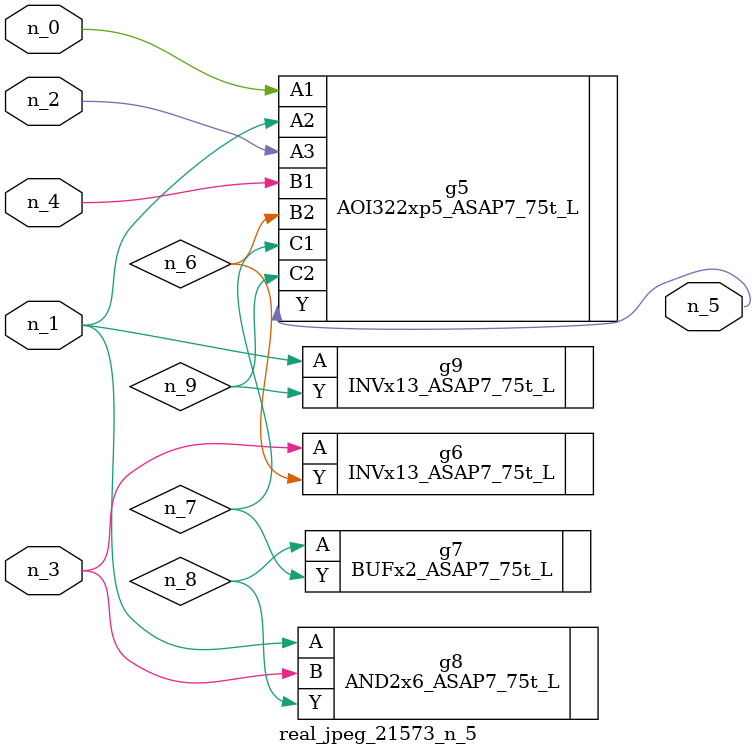
<source format=v>
module real_jpeg_21573_n_5 (n_4, n_0, n_1, n_2, n_3, n_5);

input n_4;
input n_0;
input n_1;
input n_2;
input n_3;

output n_5;

wire n_8;
wire n_6;
wire n_7;
wire n_9;

AOI322xp5_ASAP7_75t_L g5 ( 
.A1(n_0),
.A2(n_1),
.A3(n_2),
.B1(n_4),
.B2(n_6),
.C1(n_7),
.C2(n_9),
.Y(n_5)
);

AND2x6_ASAP7_75t_L g8 ( 
.A(n_1),
.B(n_3),
.Y(n_8)
);

INVx13_ASAP7_75t_L g9 ( 
.A(n_1),
.Y(n_9)
);

INVx13_ASAP7_75t_L g6 ( 
.A(n_3),
.Y(n_6)
);

BUFx2_ASAP7_75t_L g7 ( 
.A(n_8),
.Y(n_7)
);


endmodule
</source>
